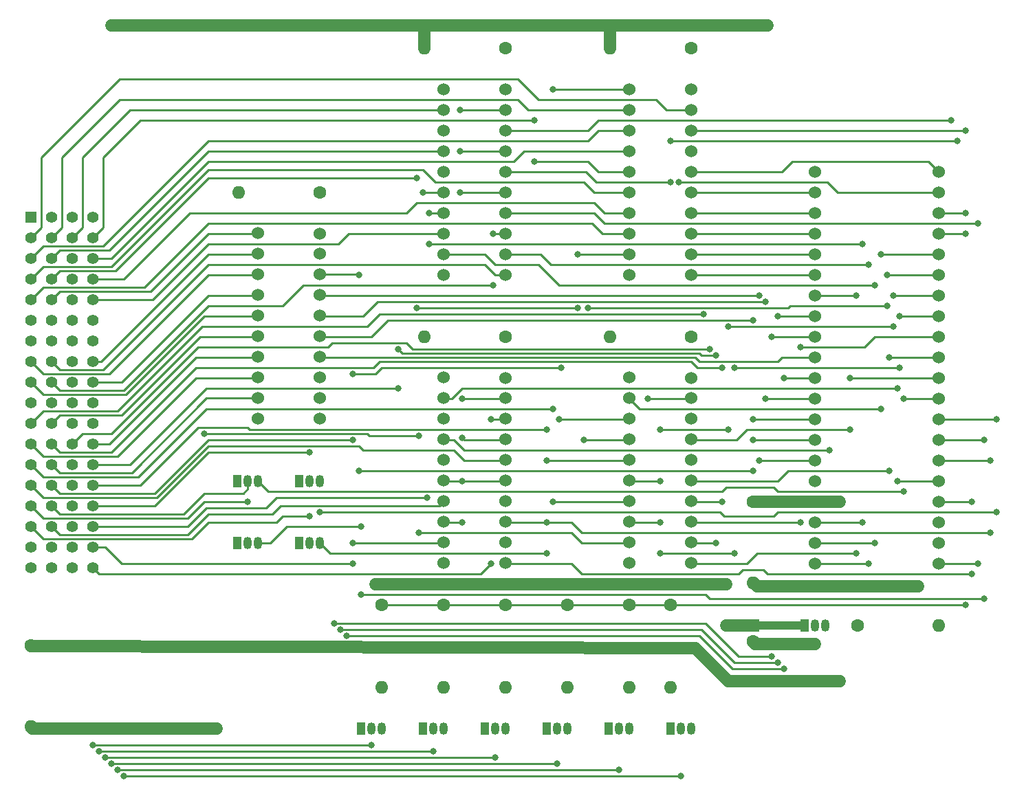
<source format=gbr>
%TF.GenerationSoftware,KiCad,Pcbnew,7.0.9*%
%TF.CreationDate,2024-11-14T04:31:41-07:00*%
%TF.ProjectId,Through_Hole_Single,5468726f-7567-4685-9f48-6f6c655f5369,rev?*%
%TF.SameCoordinates,Original*%
%TF.FileFunction,Copper,L1,Top*%
%TF.FilePolarity,Positive*%
%FSLAX46Y46*%
G04 Gerber Fmt 4.6, Leading zero omitted, Abs format (unit mm)*
G04 Created by KiCad (PCBNEW 7.0.9) date 2024-11-14 04:31:41*
%MOMM*%
%LPD*%
G01*
G04 APERTURE LIST*
%TA.AperFunction,ComponentPad*%
%ADD10C,1.600000*%
%TD*%
%TA.AperFunction,ComponentPad*%
%ADD11O,1.600000X1.600000*%
%TD*%
%TA.AperFunction,ComponentPad*%
%ADD12R,1.050000X1.500000*%
%TD*%
%TA.AperFunction,ComponentPad*%
%ADD13O,1.050000X1.500000*%
%TD*%
%TA.AperFunction,ComponentPad*%
%ADD14C,1.524000*%
%TD*%
%TA.AperFunction,ComponentPad*%
%ADD15R,1.600000X1.600000*%
%TD*%
%TA.AperFunction,ComponentPad*%
%ADD16R,1.397000X1.397000*%
%TD*%
%TA.AperFunction,ComponentPad*%
%ADD17C,1.397000*%
%TD*%
%TA.AperFunction,ViaPad*%
%ADD18C,0.800000*%
%TD*%
%TA.AperFunction,Conductor*%
%ADD19C,1.524000*%
%TD*%
%TA.AperFunction,Conductor*%
%ADD20C,0.250000*%
%TD*%
%TA.AperFunction,Conductor*%
%ADD21C,1.016000*%
%TD*%
G04 APERTURE END LIST*
D10*
%TO.P,C3,1*%
%TO.N,+3.3V*%
X99568000Y-71374000D03*
D11*
%TO.P,C3,2*%
%TO.N,GND*%
X89568000Y-71374000D03*
%TD*%
D12*
%TO.P,Q9,1,S*%
%TO.N,GND*%
X89408000Y-106934000D03*
D13*
%TO.P,Q9,2,G*%
%TO.N,_~{IRQ}*%
X90678000Y-106934000D03*
%TO.P,Q9,3,D*%
%TO.N,~{IRQ}*%
X91948000Y-106934000D03*
%TD*%
D10*
%TO.P,C5,1*%
%TO.N,+3.3V*%
X145288000Y-89154000D03*
D11*
%TO.P,C5,2*%
%TO.N,GND*%
X135288000Y-89154000D03*
%TD*%
D12*
%TO.P,Q8,1,S*%
%TO.N,GND*%
X89408000Y-114554000D03*
D13*
%TO.P,Q8,2,G*%
%TO.N,_OCLK*%
X90678000Y-114554000D03*
%TO.P,Q8,3,D*%
%TO.N,OCLK*%
X91948000Y-114554000D03*
%TD*%
D14*
%TO.P,U5,1,1~{OE}*%
%TO.N,GND*%
X114808000Y-58674000D03*
%TO.P,U5,2,1A1*%
%TO.N,_~{K0}*%
X114808000Y-61214000D03*
%TO.P,U5,3,2Y4*%
%TO.N,unconnected-(U5-2Y4-Pad3)*%
X114808000Y-63754000D03*
%TO.P,U5,4,1A2*%
%TO.N,_~{K1}*%
X114808000Y-66294000D03*
%TO.P,U5,5,2Y3*%
%TO.N,unconnected-(U5-2Y3-Pad5)*%
X114808000Y-68834000D03*
%TO.P,U5,6,1A3*%
%TO.N,_~{K2}*%
X114808000Y-71374000D03*
%TO.P,U5,7,2Y2*%
%TO.N,~{K5}*%
X114808000Y-73914000D03*
%TO.P,U5,8,1A4*%
%TO.N,_~{K3}*%
X114808000Y-76454000D03*
%TO.P,U5,9,2Y1*%
%TO.N,~{K4}*%
X114808000Y-78994000D03*
%TO.P,U5,10,GND*%
%TO.N,GND*%
X114808000Y-81534000D03*
%TO.P,U5,11,2A1*%
%TO.N,_~{K4}*%
X122428000Y-81534000D03*
%TO.P,U5,12,1Y4*%
%TO.N,~{K3}*%
X122428000Y-78994000D03*
%TO.P,U5,13,2A2*%
%TO.N,_~{K5}*%
X122428000Y-76454000D03*
%TO.P,U5,14,1Y3*%
%TO.N,~{K2}*%
X122428000Y-73914000D03*
%TO.P,U5,15,2A3*%
%TO.N,GND*%
X122428000Y-71374000D03*
%TO.P,U5,16,1Y2*%
%TO.N,~{K1}*%
X122428000Y-68834000D03*
%TO.P,U5,17,2A4*%
%TO.N,GND*%
X122428000Y-66294000D03*
%TO.P,U5,18,1Y1*%
%TO.N,~{K0}*%
X122428000Y-63754000D03*
%TO.P,U5,19,2~{OE}*%
%TO.N,GND*%
X122428000Y-61214000D03*
%TO.P,U5,20,VCC*%
%TO.N,+3.3V*%
X122428000Y-58714000D03*
%TD*%
D12*
%TO.P,Q7,1,S*%
%TO.N,GND*%
X97028000Y-106934000D03*
D13*
%TO.P,Q7,2,G*%
%TO.N,_SOD*%
X98298000Y-106934000D03*
%TO.P,Q7,3,D*%
%TO.N,SOD*%
X99568000Y-106934000D03*
%TD*%
D14*
%TO.P,U3,1,A->B*%
%TO.N,_DUMP*%
X91948000Y-76414000D03*
%TO.P,U3,2,A0*%
%TO.N,_P0*%
X91948000Y-78954000D03*
%TO.P,U3,3,A1*%
%TO.N,_P1*%
X91948000Y-81494000D03*
%TO.P,U3,4,A2*%
%TO.N,_P2*%
X91948000Y-84034000D03*
%TO.P,U3,5,A3*%
%TO.N,_P3*%
X91948000Y-86574000D03*
%TO.P,U3,6,A4*%
%TO.N,_P4*%
X91948000Y-89114000D03*
%TO.P,U3,7,A5*%
%TO.N,_P5*%
X91948000Y-91654000D03*
%TO.P,U3,8,A6*%
%TO.N,_P6*%
X91948000Y-94194000D03*
%TO.P,U3,9,A7*%
%TO.N,_P7*%
X91948000Y-96734000D03*
%TO.P,U3,10,GND*%
%TO.N,GND*%
X91948000Y-99274000D03*
%TO.P,U3,11,B7*%
%TO.N,P7*%
X99568000Y-99274000D03*
%TO.P,U3,12,B6*%
%TO.N,P6*%
X99568000Y-96734000D03*
%TO.P,U3,13,B5*%
%TO.N,P5*%
X99568000Y-94194000D03*
%TO.P,U3,14,B4*%
%TO.N,P4*%
X99568000Y-91654000D03*
%TO.P,U3,15,B3*%
%TO.N,P3*%
X99568000Y-89114000D03*
%TO.P,U3,16,B2*%
%TO.N,P2*%
X99568000Y-86574000D03*
%TO.P,U3,17,B1*%
%TO.N,P1*%
X99568000Y-84034000D03*
%TO.P,U3,18,B0*%
%TO.N,P0*%
X99568000Y-81494000D03*
%TO.P,U3,19,CE*%
%TO.N,GND*%
X99568000Y-78954000D03*
%TO.P,U3,20,VCC*%
%TO.N,+3.3V*%
X99568000Y-76454000D03*
%TD*%
D10*
%TO.P,R5,1*%
%TO.N,AUDIO*%
X114808000Y-122174000D03*
D11*
%TO.P,R5,2*%
%TO.N,Net-(Q5-D)*%
X114808000Y-132334000D03*
%TD*%
D12*
%TO.P,U1,1,VO*%
%TO.N,+3.3V*%
X159258000Y-124714000D03*
D13*
%TO.P,U1,2,GND*%
%TO.N,GND*%
X160528000Y-124714000D03*
%TO.P,U1,3,VI*%
%TO.N,+5V*%
X161798000Y-124714000D03*
%TD*%
D12*
%TO.P,Q10,1,S*%
%TO.N,GND*%
X97028000Y-114554000D03*
D13*
%TO.P,Q10,2,G*%
%TO.N,_BCLKO*%
X98298000Y-114554000D03*
%TO.P,Q10,3,D*%
%TO.N,BCLK*%
X99568000Y-114554000D03*
%TD*%
D12*
%TO.P,Q4,1,S*%
%TO.N,GND*%
X119888000Y-137414000D03*
D13*
%TO.P,Q4,2,G*%
%TO.N,_AUDIO2*%
X121158000Y-137414000D03*
%TO.P,Q4,3,D*%
%TO.N,Net-(Q4-D)*%
X122428000Y-137414000D03*
%TD*%
D12*
%TO.P,Q5,1,S*%
%TO.N,GND*%
X112268000Y-137414000D03*
D13*
%TO.P,Q5,2,G*%
%TO.N,_AUDIO1*%
X113538000Y-137414000D03*
%TO.P,Q5,3,D*%
%TO.N,Net-(Q5-D)*%
X114808000Y-137414000D03*
%TD*%
D14*
%TO.P,U6,1,1~{OE}*%
%TO.N,GND*%
X114808000Y-94194000D03*
%TO.P,U6,2,1A1*%
%TO.N,~{KR1}*%
X114808000Y-96734000D03*
%TO.P,U6,3,2Y4*%
%TO.N,unconnected-(U6-2Y4-Pad3)*%
X114808000Y-99274000D03*
%TO.P,U6,4,1A2*%
%TO.N,~{KR2}*%
X114808000Y-101814000D03*
%TO.P,U6,5,2Y3*%
%TO.N,unconnected-(U6-2Y3-Pad5)*%
X114808000Y-104354000D03*
%TO.P,U6,6,1A3*%
%TO.N,GND*%
X114808000Y-106894000D03*
%TO.P,U6,7,2Y2*%
%TO.N,_BCLKI*%
X114808000Y-109434000D03*
%TO.P,U6,8,1A4*%
%TO.N,GND*%
X114808000Y-111974000D03*
%TO.P,U6,9,2Y1*%
%TO.N,_SID*%
X114808000Y-114514000D03*
%TO.P,U6,10,GND*%
%TO.N,GND*%
X114808000Y-117054000D03*
%TO.P,U6,11,2A1*%
%TO.N,SID*%
X122428000Y-117054000D03*
%TO.P,U6,12,1Y4*%
%TO.N,unconnected-(U6-1Y4-Pad12)*%
X122428000Y-114514000D03*
%TO.P,U6,13,2A2*%
%TO.N,BCLK*%
X122428000Y-111974000D03*
%TO.P,U6,14,1Y3*%
%TO.N,unconnected-(U6-1Y3-Pad14)*%
X122428000Y-109434000D03*
%TO.P,U6,15,2A3*%
%TO.N,GND*%
X122428000Y-106894000D03*
%TO.P,U6,16,1Y2*%
%TO.N,_~{KR2}*%
X122428000Y-104354000D03*
%TO.P,U6,17,2A4*%
%TO.N,GND*%
X122428000Y-101814000D03*
%TO.P,U6,18,1Y1*%
%TO.N,_~{KR1}*%
X122428000Y-99274000D03*
%TO.P,U6,19,2~{OE}*%
%TO.N,GND*%
X122428000Y-96734000D03*
%TO.P,U6,20,VCC*%
%TO.N,+3.3V*%
X122428000Y-94234000D03*
%TD*%
%TO.P,U2,1,A->B*%
%TO.N,_R{slash}W*%
X137668000Y-58674000D03*
%TO.P,U2,2,A0*%
%TO.N,_D0*%
X137668000Y-61214000D03*
%TO.P,U2,3,A1*%
%TO.N,_D1*%
X137668000Y-63754000D03*
%TO.P,U2,4,A2*%
%TO.N,_D2*%
X137668000Y-66294000D03*
%TO.P,U2,5,A3*%
%TO.N,_D3*%
X137668000Y-68834000D03*
%TO.P,U2,6,A4*%
%TO.N,_D4*%
X137668000Y-71374000D03*
%TO.P,U2,7,A5*%
%TO.N,_D5*%
X137668000Y-73914000D03*
%TO.P,U2,8,A6*%
%TO.N,_D6*%
X137668000Y-76454000D03*
%TO.P,U2,9,A7*%
%TO.N,_D7*%
X137668000Y-78994000D03*
%TO.P,U2,10,GND*%
%TO.N,GND*%
X137668000Y-81534000D03*
%TO.P,U2,11,B7*%
%TO.N,D7*%
X145288000Y-81534000D03*
%TO.P,U2,12,B6*%
%TO.N,D6*%
X145288000Y-78994000D03*
%TO.P,U2,13,B5*%
%TO.N,D5*%
X145288000Y-76454000D03*
%TO.P,U2,14,B4*%
%TO.N,D4*%
X145288000Y-73914000D03*
%TO.P,U2,15,B3*%
%TO.N,D3*%
X145288000Y-71374000D03*
%TO.P,U2,16,B2*%
%TO.N,D2*%
X145288000Y-68834000D03*
%TO.P,U2,17,B1*%
%TO.N,D1*%
X145288000Y-66294000D03*
%TO.P,U2,18,B0*%
%TO.N,D0*%
X145288000Y-63754000D03*
%TO.P,U2,19,CE*%
%TO.N,~{_EN}*%
X145288000Y-61214000D03*
%TO.P,U2,20,VCC*%
%TO.N,+3.3V*%
X145288000Y-58714000D03*
%TD*%
D10*
%TO.P,C6,1*%
%TO.N,+3.3V*%
X145288000Y-53594000D03*
D11*
%TO.P,C6,2*%
%TO.N,GND*%
X135288000Y-53594000D03*
%TD*%
D12*
%TO.P,Q1,1,S*%
%TO.N,GND*%
X142748000Y-137414000D03*
D13*
%TO.P,Q1,2,G*%
%TO.N,_AUDIO5*%
X144018000Y-137414000D03*
%TO.P,Q1,3,D*%
%TO.N,Net-(Q1-D)*%
X145288000Y-137414000D03*
%TD*%
D10*
%TO.P,R6,1*%
%TO.N,AUDIO*%
X107188000Y-122174000D03*
D11*
%TO.P,R6,2*%
%TO.N,Net-(Q6-D)*%
X107188000Y-132334000D03*
%TD*%
D10*
%TO.P,C8,1*%
%TO.N,+5V*%
X152908000Y-109474000D03*
D11*
%TO.P,C8,2*%
%TO.N,GND*%
X152908000Y-119474000D03*
%TD*%
D10*
%TO.P,R4,1*%
%TO.N,AUDIO*%
X122428000Y-122174000D03*
D11*
%TO.P,R4,2*%
%TO.N,Net-(Q4-D)*%
X122428000Y-132334000D03*
%TD*%
D12*
%TO.P,Q2,1,S*%
%TO.N,GND*%
X135128000Y-137414000D03*
D13*
%TO.P,Q2,2,G*%
%TO.N,_AUDIO4*%
X136398000Y-137414000D03*
%TO.P,Q2,3,D*%
%TO.N,Net-(Q2-D)*%
X137668000Y-137414000D03*
%TD*%
D15*
%TO.P,C2,1*%
%TO.N,+3.3V*%
X152908000Y-124714000D03*
D10*
%TO.P,C2,2*%
%TO.N,GND*%
X152908000Y-126714000D03*
%TD*%
%TO.P,C4,1*%
%TO.N,+3.3V*%
X122428000Y-89154000D03*
D11*
%TO.P,C4,2*%
%TO.N,GND*%
X112428000Y-89154000D03*
%TD*%
D10*
%TO.P,R1,1*%
%TO.N,AUDIO*%
X142748000Y-122174000D03*
D11*
%TO.P,R1,2*%
%TO.N,Net-(Q1-D)*%
X142748000Y-132334000D03*
%TD*%
D10*
%TO.P,C9,1*%
%TO.N,+5V*%
X64008000Y-127160000D03*
D11*
%TO.P,C9,2*%
%TO.N,GND*%
X64008000Y-137160000D03*
%TD*%
D10*
%TO.P,R2,1*%
%TO.N,AUDIO*%
X137668000Y-122174000D03*
D11*
%TO.P,R2,2*%
%TO.N,Net-(Q2-D)*%
X137668000Y-132334000D03*
%TD*%
D12*
%TO.P,Q6,1,S*%
%TO.N,GND*%
X104648000Y-137414000D03*
D13*
%TO.P,Q6,2,G*%
%TO.N,_AUDIO0*%
X105918000Y-137414000D03*
%TO.P,Q6,3,D*%
%TO.N,Net-(Q6-D)*%
X107188000Y-137414000D03*
%TD*%
D14*
%TO.P,U4,1,1~{OE}*%
%TO.N,GND*%
X137668000Y-94194000D03*
%TO.P,U4,2,1A1*%
%TO.N,A0*%
X137668000Y-96734000D03*
%TO.P,U4,3,2Y4*%
%TO.N,_~{CS0}*%
X137668000Y-99274000D03*
%TO.P,U4,4,1A2*%
%TO.N,A1*%
X137668000Y-101814000D03*
%TO.P,U4,5,2Y3*%
%TO.N,_CS1*%
X137668000Y-104354000D03*
%TO.P,U4,6,1A3*%
%TO.N,A2*%
X137668000Y-106894000D03*
%TO.P,U4,7,2Y2*%
%TO.N,_R{slash}W*%
X137668000Y-109434000D03*
%TO.P,U4,8,1A4*%
%TO.N,A3*%
X137668000Y-111974000D03*
%TO.P,U4,9,2Y1*%
%TO.N,_PHI2*%
X137668000Y-114514000D03*
%TO.P,U4,10,GND*%
%TO.N,GND*%
X137668000Y-117054000D03*
%TO.P,U4,11,2A1*%
%TO.N,PHI2*%
X145288000Y-117054000D03*
%TO.P,U4,12,1Y4*%
%TO.N,_A3*%
X145288000Y-114514000D03*
%TO.P,U4,13,2A2*%
%TO.N,R{slash}W*%
X145288000Y-111974000D03*
%TO.P,U4,14,1Y3*%
%TO.N,_A2*%
X145288000Y-109434000D03*
%TO.P,U4,15,2A3*%
%TO.N,CS1*%
X145288000Y-106894000D03*
%TO.P,U4,16,1Y2*%
%TO.N,_A1*%
X145288000Y-104354000D03*
%TO.P,U4,17,2A4*%
%TO.N,~{CS0}*%
X145288000Y-101814000D03*
%TO.P,U4,18,1Y1*%
%TO.N,_A0*%
X145288000Y-99274000D03*
%TO.P,U4,19,2~{OE}*%
%TO.N,GND*%
X145288000Y-96734000D03*
%TO.P,U4,20,VCC*%
%TO.N,+3.3V*%
X145288000Y-94234000D03*
%TD*%
%TO.P,J1,1,GND*%
%TO.N,GND*%
X160528000Y-68834000D03*
%TO.P,J1,2,D3*%
%TO.N,D3*%
X160528000Y-71374000D03*
%TO.P,J1,3,D4*%
%TO.N,D4*%
X160528000Y-73914000D03*
%TO.P,J1,4,D5*%
%TO.N,D5*%
X160528000Y-76454000D03*
%TO.P,J1,5,D6*%
%TO.N,D6*%
X160528000Y-78994000D03*
%TO.P,J1,6,D7*%
%TO.N,D7*%
X160528000Y-81534000D03*
%TO.P,J1,7,PHI2*%
%TO.N,PHI2*%
X160528000Y-84074000D03*
%TO.P,J1,8,P6*%
%TO.N,P6*%
X160528000Y-86614000D03*
%TO.P,J1,9,P7*%
%TO.N,P7*%
X160528000Y-89154000D03*
%TO.P,J1,10,P4*%
%TO.N,P4*%
X160528000Y-91694000D03*
%TO.P,J1,11,P5*%
%TO.N,P5*%
X160528000Y-94234000D03*
%TO.P,J1,12,P2*%
%TO.N,P2*%
X160528000Y-96774000D03*
%TO.P,J1,13,P3*%
%TO.N,P3*%
X160528000Y-99314000D03*
%TO.P,J1,14,P0*%
%TO.N,P0*%
X160528000Y-101854000D03*
%TO.P,J1,15,P1*%
%TO.N,P1*%
X160528000Y-104394000D03*
%TO.P,J1,16,~{KR2}*%
%TO.N,~{KR2}*%
X160528000Y-106934000D03*
%TO.P,J1,17,+5V*%
%TO.N,+5V*%
X160528000Y-109474000D03*
%TO.P,J1,18,~{K5}*%
%TO.N,~{K5}*%
X160528000Y-112014000D03*
%TO.P,J1,19,~{K4}*%
%TO.N,~{K4}*%
X160528000Y-114554000D03*
%TO.P,J1,20,~{K3}*%
%TO.N,~{K3}*%
X160528000Y-117094000D03*
%TO.P,J1,21,~{K2}*%
%TO.N,~{K2}*%
X175768000Y-117094000D03*
%TO.P,J1,22,~{K1}*%
%TO.N,~{K1}*%
X175768000Y-114554000D03*
%TO.P,J1,23,~{K0}*%
%TO.N,~{K0}*%
X175768000Y-112014000D03*
%TO.P,J1,24,SID*%
%TO.N,SID*%
X175768000Y-109474000D03*
%TO.P,J1,25,~{KR1}*%
%TO.N,~{KR1}*%
X175768000Y-106934000D03*
%TO.P,J1,26,BCLK*%
%TO.N,BCLK*%
X175768000Y-104394000D03*
%TO.P,J1,27,OCLK*%
%TO.N,OCLK*%
X175768000Y-101854000D03*
%TO.P,J1,28,SOD*%
%TO.N,SOD*%
X175768000Y-99314000D03*
%TO.P,J1,29,~{IRQ}*%
%TO.N,~{IRQ}*%
X175768000Y-96774000D03*
%TO.P,J1,30,~{CS0}*%
%TO.N,~{CS0}*%
X175768000Y-94234000D03*
%TO.P,J1,31,CS1*%
%TO.N,CS1*%
X175768000Y-91694000D03*
%TO.P,J1,32,R/W*%
%TO.N,R{slash}W*%
X175768000Y-89154000D03*
%TO.P,J1,33,A3*%
%TO.N,A3*%
X175768000Y-86614000D03*
%TO.P,J1,34,A2*%
%TO.N,A2*%
X175768000Y-84074000D03*
%TO.P,J1,35,A1*%
%TO.N,A1*%
X175768000Y-81534000D03*
%TO.P,J1,36,A0*%
%TO.N,A0*%
X175768000Y-78994000D03*
%TO.P,J1,37,AUDIO*%
%TO.N,AUDIO*%
X175768000Y-76454000D03*
%TO.P,J1,38,D0*%
%TO.N,D0*%
X175768000Y-73914000D03*
%TO.P,J1,39,D1*%
%TO.N,D1*%
X175768000Y-71374000D03*
%TO.P,J1,40,D2*%
%TO.N,D2*%
X175768000Y-68834000D03*
%TD*%
D12*
%TO.P,Q3,1,S*%
%TO.N,GND*%
X127508000Y-137414000D03*
D13*
%TO.P,Q3,2,G*%
%TO.N,_AUDIO3*%
X128778000Y-137414000D03*
%TO.P,Q3,3,D*%
%TO.N,Net-(Q3-D)*%
X130048000Y-137414000D03*
%TD*%
D10*
%TO.P,R3,1*%
%TO.N,AUDIO*%
X130048000Y-122174000D03*
D11*
%TO.P,R3,2*%
%TO.N,Net-(Q3-D)*%
X130048000Y-132334000D03*
%TD*%
D10*
%TO.P,C1,1*%
%TO.N,+5V*%
X165768000Y-124714000D03*
D11*
%TO.P,C1,2*%
%TO.N,GND*%
X175768000Y-124714000D03*
%TD*%
D10*
%TO.P,C7,1*%
%TO.N,+3.3V*%
X122428000Y-53594000D03*
D11*
%TO.P,C7,2*%
%TO.N,GND*%
X112428000Y-53594000D03*
%TD*%
D16*
%TO.P,J2,1,5V1*%
%TO.N,+5V*%
X64008000Y-74422000D03*
D17*
%TO.P,J2,2,G1*%
%TO.N,GND*%
X66548000Y-74422000D03*
%TO.P,J2,3,3V1*%
%TO.N,unconnected-(J2-3V1-Pad3)*%
X69088000Y-74422000D03*
%TO.P,J2,4,G2*%
%TO.N,GND*%
X71628000Y-74422000D03*
%TO.P,J2,5,A48*%
%TO.N,~{_EN}*%
X64008000Y-76962000D03*
%TO.P,J2,6,A49*%
%TO.N,_D0*%
X66548000Y-76962000D03*
%TO.P,J2,7,A3*%
%TO.N,_~{K0}*%
X69088000Y-76962000D03*
%TO.P,J2,8,A2*%
%TO.N,_D3*%
X71628000Y-76962000D03*
%TO.P,J2,9,A45*%
%TO.N,_D1*%
X64008000Y-79502000D03*
%TO.P,J2,10,A46*%
%TO.N,_~{K1}*%
X66548000Y-79502000D03*
%TO.P,J2,11,A6*%
%TO.N,unconnected-(J2-A6-Pad11)*%
X69088000Y-79502000D03*
%TO.P,J2,12,A5*%
%TO.N,_D2*%
X71628000Y-79502000D03*
%TO.P,J2,13,A42*%
%TO.N,_D4*%
X64008000Y-82042000D03*
%TO.P,J2,14,A43*%
%TO.N,_D7*%
X66548000Y-82042000D03*
%TO.P,J2,15,A9*%
%TO.N,unconnected-(J2-A9-Pad15)*%
X69088000Y-82042000D03*
%TO.P,J2,16,A8*%
%TO.N,_D5*%
X71628000Y-82042000D03*
%TO.P,J2,17,A39*%
%TO.N,_D6*%
X64008000Y-84582000D03*
%TO.P,J2,18,A40*%
%TO.N,_DUMP*%
X66548000Y-84582000D03*
%TO.P,J2,19,A12*%
%TO.N,unconnected-(J2-A12-Pad19)*%
X69088000Y-84582000D03*
%TO.P,J2,20,A11*%
%TO.N,_~{K3}*%
X71628000Y-84582000D03*
%TO.P,J2,21,A36*%
%TO.N,unconnected-(J2-A36-Pad21)*%
X64008000Y-87122000D03*
%TO.P,J2,22,A37*%
%TO.N,unconnected-(J2-A37-Pad22)*%
X66548000Y-87122000D03*
%TO.P,J2,23,A15*%
%TO.N,unconnected-(J2-A15-Pad23)*%
X69088000Y-87122000D03*
%TO.P,J2,24,A14*%
%TO.N,unconnected-(J2-A14-Pad24)*%
X71628000Y-87122000D03*
%TO.P,J2,25,A33*%
%TO.N,unconnected-(J2-A33-Pad25)*%
X64008000Y-89662000D03*
%TO.P,J2,26,A34*%
%TO.N,unconnected-(J2-A34-Pad26)*%
X66548000Y-89662000D03*
%TO.P,J2,27,A18*%
%TO.N,unconnected-(J2-A18-Pad27)*%
X69088000Y-89662000D03*
%TO.P,J2,28,A17*%
%TO.N,unconnected-(J2-A17-Pad28)*%
X71628000Y-89662000D03*
%TO.P,J2,29,A30*%
%TO.N,_P1*%
X64008000Y-92202000D03*
%TO.P,J2,30,A31*%
%TO.N,_~{K4}*%
X66548000Y-92202000D03*
%TO.P,J2,31,A21*%
%TO.N,unconnected-(J2-A21-Pad31)*%
X69088000Y-92202000D03*
%TO.P,J2,32,A20*%
%TO.N,_P0*%
X71628000Y-92202000D03*
%TO.P,J2,33,A27*%
%TO.N,_P3*%
X64008000Y-94742000D03*
%TO.P,J2,34,A28*%
%TO.N,_~{K5}*%
X66548000Y-94742000D03*
%TO.P,J2,35,A24*%
%TO.N,unconnected-(J2-A24-Pad35)*%
X69088000Y-94742000D03*
%TO.P,J2,36,A23*%
%TO.N,_P2*%
X71628000Y-94742000D03*
%TO.P,J2,37,5V2*%
%TO.N,+5V*%
X64008000Y-97282000D03*
%TO.P,J2,38,G3*%
%TO.N,GND*%
X66548000Y-97282000D03*
%TO.P,J2,39,3V2*%
%TO.N,unconnected-(J2-3V2-Pad39)*%
X69088000Y-97282000D03*
%TO.P,J2,40,G4*%
%TO.N,GND*%
X71628000Y-97282000D03*
%TO.P,J2,41,B48*%
%TO.N,_A0*%
X64008000Y-99822000D03*
%TO.P,J2,42,B49*%
%TO.N,_P4*%
X66548000Y-99822000D03*
%TO.P,J2,43,B3*%
%TO.N,unconnected-(J2-B3-Pad43)*%
X69088000Y-99822000D03*
%TO.P,J2,44,B2*%
%TO.N,_PHI2*%
X71628000Y-99822000D03*
%TO.P,J2,45,B45*%
%TO.N,_P6*%
X64008000Y-102362000D03*
%TO.P,J2,46,B46*%
%TO.N,_A2*%
X66548000Y-102362000D03*
%TO.P,J2,47,B6*%
%TO.N,_A1*%
X69088000Y-102362000D03*
%TO.P,J2,48,B5*%
%TO.N,_P5*%
X71628000Y-102362000D03*
%TO.P,J2,49,B42*%
%TO.N,_R{slash}W*%
X64008000Y-104902000D03*
%TO.P,J2,50,B43*%
%TO.N,_P7*%
X66548000Y-104902000D03*
%TO.P,J2,51,B9*%
%TO.N,unconnected-(J2-B9-Pad51)*%
X69088000Y-104902000D03*
%TO.P,J2,52,B8*%
%TO.N,_A3*%
X71628000Y-104902000D03*
%TO.P,J2,53,B39*%
%TO.N,_~{KR2}*%
X64008000Y-107442000D03*
%TO.P,J2,54,B40*%
%TO.N,_~{CS0}*%
X66548000Y-107442000D03*
%TO.P,J2,55,B12*%
%TO.N,unconnected-(J2-B12-Pad55)*%
X69088000Y-107442000D03*
%TO.P,J2,56,B11*%
%TO.N,_CS1*%
X71628000Y-107442000D03*
%TO.P,J2,57,B36*%
%TO.N,_OCLK*%
X64008000Y-109982000D03*
%TO.P,J2,58,B37*%
%TO.N,_~{IRQ}*%
X66548000Y-109982000D03*
%TO.P,J2,59,B15*%
%TO.N,unconnected-(J2-B15-Pad59)*%
X69088000Y-109982000D03*
%TO.P,J2,60,B14*%
%TO.N,_SOD*%
X71628000Y-109982000D03*
%TO.P,J2,61,B33*%
%TO.N,_BCLKO*%
X64008000Y-112522000D03*
%TO.P,J2,62,B34*%
%TO.N,_BCLKI*%
X66548000Y-112522000D03*
%TO.P,J2,63,B18*%
%TO.N,unconnected-(J2-B18-Pad63)*%
X69088000Y-112522000D03*
%TO.P,J2,64,B17*%
%TO.N,_~{K2}*%
X71628000Y-112522000D03*
%TO.P,J2,65,B30*%
%TO.N,_AUDIO1*%
X64008000Y-115062000D03*
%TO.P,J2,66,B31*%
%TO.N,_AUDIO3*%
X66548000Y-115062000D03*
%TO.P,J2,67,B21*%
%TO.N,_AUDIO5*%
X69088000Y-115062000D03*
%TO.P,J2,68,B20*%
%TO.N,_SID*%
X71628000Y-115062000D03*
%TO.P,J2,69,B27*%
%TO.N,_AUDIO0*%
X64008000Y-117602000D03*
%TO.P,J2,70,B28*%
%TO.N,_AUDIO2*%
X66548000Y-117602000D03*
%TO.P,J2,71,B24*%
%TO.N,_AUDIO4*%
X69088000Y-117602000D03*
%TO.P,J2,72,B23*%
%TO.N,_~{KR1}*%
X71628000Y-117602000D03*
%TD*%
D18*
%TO.N,+5V*%
X163576000Y-131572000D03*
X163576000Y-109474000D03*
%TO.N,GND*%
X154686000Y-50800000D03*
X73914000Y-50800000D03*
X139954000Y-96774000D03*
X160528000Y-127000000D03*
X116840000Y-66294000D03*
X117094000Y-112014000D03*
X117094000Y-96774000D03*
X139954000Y-50800000D03*
X86868000Y-137414000D03*
X117094000Y-101600000D03*
X116840000Y-61214000D03*
X160528000Y-119888000D03*
X116840000Y-50800000D03*
X173228000Y-119888000D03*
X86868000Y-50800000D03*
X117094000Y-106934000D03*
X116840000Y-71374000D03*
%TO.N,+3.3V*%
X125984000Y-119634000D03*
X149606000Y-119634000D03*
X143002000Y-119634000D03*
X149606000Y-124714000D03*
X106426000Y-119634000D03*
%TO.N,_D3*%
X125984000Y-67564000D03*
X125984000Y-62484000D03*
%TO.N,_D7*%
X111506000Y-69596000D03*
X131318000Y-85598000D03*
X131318000Y-78994000D03*
X111506000Y-85598000D03*
%TO.N,_A0*%
X146812000Y-86360000D03*
%TO.N,_A1*%
X147574000Y-90678000D03*
%TO.N,_A2*%
X149098000Y-109474000D03*
X149098000Y-92964000D03*
%TO.N,_A3*%
X109220000Y-95504000D03*
X109220000Y-90678000D03*
X148336000Y-114554000D03*
X148336000Y-91440000D03*
%TO.N,_OCLK*%
X90678000Y-109474000D03*
%TO.N,_~{CS0}*%
X129286000Y-92964000D03*
X129032000Y-99314000D03*
X103632000Y-93726000D03*
X103632000Y-101854000D03*
%TO.N,_CS1*%
X127508000Y-100584000D03*
X127508000Y-104394000D03*
%TO.N,_PHI2*%
X111760000Y-101346000D03*
X85344000Y-101092000D03*
X111760000Y-113284000D03*
%TO.N,_R{slash}W*%
X128270000Y-98044000D03*
X128270000Y-109474000D03*
X128270000Y-58674000D03*
%TO.N,_SID*%
X103632000Y-114554000D03*
X103632000Y-117094000D03*
%TO.N,_SOD*%
X98298000Y-103378000D03*
%TO.N,_~{K2}*%
X112776000Y-108966000D03*
X112268000Y-71374000D03*
%TO.N,_~{K5}*%
X120904000Y-76454000D03*
X120904000Y-82804000D03*
%TO.N,_~{KR1}*%
X120650000Y-99314000D03*
X120650000Y-117094000D03*
%TO.N,_BCLKO*%
X98298000Y-111252000D03*
%TO.N,_AUDIO0*%
X71628000Y-139446000D03*
X105918000Y-139446000D03*
%TO.N,_AUDIO1*%
X72390000Y-140208000D03*
X113538000Y-140208000D03*
%TO.N,_AUDIO2*%
X121158000Y-140970000D03*
X73152000Y-140970000D03*
%TO.N,_AUDIO3*%
X128778000Y-141732000D03*
X73914000Y-141732000D03*
%TO.N,_AUDIO4*%
X136398000Y-142494000D03*
X74676000Y-142494000D03*
%TO.N,_AUDIO5*%
X75438000Y-143256000D03*
X144018000Y-143256000D03*
%TO.N,PHI2*%
X165608000Y-84074000D03*
X165608000Y-115824000D03*
%TO.N,P6*%
X155956000Y-86614000D03*
X155956000Y-129286000D03*
X102108000Y-125222000D03*
%TO.N,P7*%
X101346000Y-124460000D03*
X155194000Y-128524000D03*
X155194000Y-89154000D03*
%TO.N,P5*%
X156718000Y-94234000D03*
X156718000Y-130048000D03*
X102870000Y-125984000D03*
%TO.N,P2*%
X154432000Y-96774000D03*
X154432000Y-84836000D03*
%TO.N,P3*%
X152908000Y-87122000D03*
X152908000Y-99314000D03*
%TO.N,P0*%
X104394000Y-81534000D03*
X152908000Y-101854000D03*
X152908000Y-105664000D03*
X104394000Y-105664000D03*
%TO.N,P1*%
X153670000Y-104394000D03*
X153670000Y-84074000D03*
%TO.N,~{KR2}*%
X162306000Y-103124000D03*
%TO.N,~{K5}*%
X113030000Y-73914000D03*
X166370000Y-77724000D03*
X113030000Y-77724000D03*
X166370000Y-112014000D03*
%TO.N,~{K4}*%
X167894000Y-114554000D03*
X167894000Y-82804000D03*
%TO.N,~{K3}*%
X167132000Y-117094000D03*
X167132000Y-80264000D03*
%TO.N,SOD*%
X99568000Y-110744000D03*
X182880000Y-110744000D03*
X182880000Y-99314000D03*
%TO.N,OCLK*%
X181356000Y-101854000D03*
X104648000Y-120904000D03*
X181356000Y-121412000D03*
X104648000Y-112522000D03*
%TO.N,~{IRQ}*%
X171450000Y-96774000D03*
X171450000Y-108204000D03*
%TO.N,BCLK*%
X182118000Y-104394000D03*
X182118000Y-113284000D03*
X127508000Y-115824000D03*
X127508000Y-112014000D03*
%TO.N,AUDIO*%
X179070000Y-76454000D03*
X179070000Y-122174000D03*
%TO.N,R{slash}W*%
X158750000Y-90424000D03*
X158750000Y-112014000D03*
%TO.N,D1*%
X143764000Y-70104000D03*
%TO.N,D0*%
X179070000Y-73914000D03*
X179070000Y-63754000D03*
%TO.N,A0*%
X168656000Y-78994000D03*
X168656000Y-98044000D03*
%TO.N,A1*%
X132080000Y-101854000D03*
X169418000Y-81534000D03*
X132588000Y-85598000D03*
X169418000Y-85344000D03*
%TO.N,A2*%
X149860000Y-87884000D03*
X149860000Y-100584000D03*
X141478000Y-100584000D03*
X170180000Y-87884000D03*
X141478000Y-106934000D03*
X170180000Y-84074000D03*
%TO.N,A3*%
X141478000Y-112014000D03*
X170942000Y-92964000D03*
X141478000Y-115824000D03*
X150622000Y-92964000D03*
X170942000Y-86614000D03*
X150622000Y-115824000D03*
%TO.N,CS1*%
X169672000Y-105664000D03*
X169672000Y-91694000D03*
%TO.N,~{CS0}*%
X164846000Y-100584000D03*
X164846000Y-94234000D03*
%TO.N,~{K2}*%
X180594000Y-75184000D03*
X180594000Y-117094000D03*
%TO.N,~{K1}*%
X178054000Y-65024000D03*
X142748000Y-65024000D03*
X142748000Y-70104000D03*
%TO.N,~{K0}*%
X177292000Y-62484000D03*
%TO.N,~{KR1}*%
X170688000Y-95504000D03*
X170688000Y-106934000D03*
%TO.N,SID*%
X179832000Y-118364000D03*
X179832000Y-109474000D03*
%TD*%
D19*
%TO.N,+5V*%
X152908000Y-109474000D02*
X160528000Y-109474000D01*
X145796000Y-127508000D02*
X149860000Y-131572000D01*
X64008000Y-127254000D02*
X145796000Y-127508000D01*
X149860000Y-131572000D02*
X163576000Y-131572000D01*
X163576000Y-109474000D02*
X160528000Y-109474000D01*
%TO.N,GND*%
X112522000Y-50800000D02*
X86868000Y-50800000D01*
X152908000Y-119474000D02*
X153002000Y-119474000D01*
X116840000Y-50800000D02*
X112522000Y-50800000D01*
X153416000Y-119888000D02*
X173228000Y-119888000D01*
D20*
X122428000Y-96774000D02*
X117094000Y-96774000D01*
X122428000Y-101854000D02*
X117348000Y-101854000D01*
D19*
X86868000Y-50800000D02*
X73914000Y-50800000D01*
X112428000Y-50894000D02*
X112522000Y-50800000D01*
X152908000Y-126746000D02*
X153162000Y-127000000D01*
X135288000Y-50894000D02*
X135382000Y-50800000D01*
D20*
X145288000Y-96774000D02*
X139954000Y-96774000D01*
D19*
X153002000Y-119474000D02*
X153416000Y-119888000D01*
X152908000Y-126714000D02*
X152908000Y-126746000D01*
D20*
X122428000Y-66294000D02*
X116840000Y-66294000D01*
D19*
X154686000Y-50800000D02*
X135382000Y-50800000D01*
X135288000Y-53594000D02*
X135288000Y-50894000D01*
X64168000Y-137414000D02*
X64008000Y-137254000D01*
X153162000Y-127000000D02*
X160528000Y-127000000D01*
X112428000Y-53594000D02*
X112428000Y-50894000D01*
D20*
X114808000Y-112014000D02*
X117094000Y-112014000D01*
X122428000Y-71374000D02*
X116840000Y-71374000D01*
X117094000Y-106934000D02*
X122428000Y-106934000D01*
D19*
X135382000Y-50800000D02*
X116840000Y-50800000D01*
X86868000Y-137414000D02*
X64168000Y-137414000D01*
D20*
X117348000Y-101854000D02*
X117094000Y-101600000D01*
X122428000Y-61214000D02*
X116840000Y-61214000D01*
X114808000Y-106934000D02*
X117094000Y-106934000D01*
D19*
%TO.N,+3.3V*%
X143002000Y-119634000D02*
X125984000Y-119634000D01*
D21*
X159258000Y-124714000D02*
X152908000Y-124714000D01*
D19*
X149606000Y-124714000D02*
X152908000Y-124714000D01*
X143002000Y-119634000D02*
X149606000Y-119634000D01*
X125984000Y-119634000D02*
X106426000Y-119634000D01*
D20*
%TO.N,_D0*%
X67818000Y-67056000D02*
X67818000Y-75692000D01*
X123952000Y-59944000D02*
X74930000Y-59944000D01*
X67818000Y-75692000D02*
X66548000Y-76962000D01*
X74930000Y-59944000D02*
X67818000Y-67056000D01*
X125222000Y-61214000D02*
X123952000Y-59944000D01*
X137668000Y-61214000D02*
X125222000Y-61214000D01*
%TO.N,_D1*%
X85852000Y-65024000D02*
X72890500Y-77985500D01*
X132588000Y-65024000D02*
X85852000Y-65024000D01*
X65524500Y-77985500D02*
X64008000Y-79502000D01*
X72890500Y-77985500D02*
X65524500Y-77985500D01*
X137668000Y-63754000D02*
X133858000Y-63754000D01*
X133858000Y-63754000D02*
X132588000Y-65024000D01*
%TO.N,_D2*%
X85852000Y-67564000D02*
X73914000Y-79502000D01*
X123444000Y-67564000D02*
X124714000Y-66294000D01*
X85852000Y-67564000D02*
X123444000Y-67564000D01*
X124714000Y-66294000D02*
X137668000Y-66294000D01*
X73914000Y-79502000D02*
X71628000Y-79502000D01*
%TO.N,_D3*%
X72898000Y-75692000D02*
X71628000Y-76962000D01*
X137668000Y-68834000D02*
X133858000Y-68834000D01*
X132588000Y-67564000D02*
X133858000Y-68834000D01*
X125984000Y-67564000D02*
X132588000Y-67564000D01*
X125984000Y-62484000D02*
X77470000Y-62484000D01*
X72898000Y-67056000D02*
X72898000Y-75692000D01*
X77470000Y-62484000D02*
X72898000Y-67056000D01*
%TO.N,_D4*%
X137668000Y-71374000D02*
X133350000Y-71374000D01*
X132080000Y-70104000D02*
X113792000Y-70104000D01*
X85852000Y-68580000D02*
X73906500Y-80525500D01*
X73906500Y-80525500D02*
X65524500Y-80525500D01*
X65524500Y-80525500D02*
X64008000Y-82042000D01*
X112268000Y-68580000D02*
X85852000Y-68580000D01*
X113792000Y-70104000D02*
X112268000Y-68580000D01*
X133350000Y-71374000D02*
X132080000Y-70104000D01*
%TO.N,_D5*%
X111506000Y-72644000D02*
X110236000Y-73914000D01*
X75438000Y-82042000D02*
X71628000Y-82042000D01*
X83566000Y-73914000D02*
X75438000Y-82042000D01*
X110236000Y-73914000D02*
X83566000Y-73914000D01*
X133350000Y-72644000D02*
X111506000Y-72644000D01*
X134620000Y-73914000D02*
X133350000Y-72644000D01*
X137668000Y-73914000D02*
X134620000Y-73914000D01*
%TO.N,_D6*%
X65524500Y-83065500D02*
X64008000Y-84582000D01*
X77970500Y-83065500D02*
X65524500Y-83065500D01*
X85852000Y-75184000D02*
X77970500Y-83065500D01*
X133096000Y-75184000D02*
X85852000Y-75184000D01*
X134366000Y-76454000D02*
X133096000Y-75184000D01*
X137668000Y-76454000D02*
X134366000Y-76454000D01*
%TO.N,_D7*%
X111506000Y-69596000D02*
X85852000Y-69596000D01*
X74429500Y-81018500D02*
X67571500Y-81018500D01*
X85852000Y-69596000D02*
X74429500Y-81018500D01*
X137668000Y-78994000D02*
X131318000Y-78994000D01*
X67571500Y-81018500D02*
X66548000Y-82042000D01*
X111506000Y-85598000D02*
X131318000Y-85598000D01*
%TO.N,_A0*%
X146812000Y-86360000D02*
X106934000Y-86360000D01*
X74668500Y-98305500D02*
X65524500Y-98305500D01*
X65524500Y-98305500D02*
X64008000Y-99822000D01*
X105410000Y-87884000D02*
X85090000Y-87884000D01*
X85090000Y-87884000D02*
X74668500Y-98305500D01*
X106934000Y-86360000D02*
X105410000Y-87884000D01*
%TO.N,_A1*%
X147574000Y-90678000D02*
X110998000Y-90678000D01*
X84572695Y-90424000D02*
X73904695Y-101092000D01*
X70358000Y-101092000D02*
X69088000Y-102362000D01*
X110998000Y-90678000D02*
X110236000Y-89916000D01*
X101092000Y-89916000D02*
X100584000Y-90424000D01*
X73904695Y-101092000D02*
X70358000Y-101092000D01*
X100584000Y-90424000D02*
X84572695Y-90424000D01*
X110236000Y-89916000D02*
X101092000Y-89916000D01*
%TO.N,_A2*%
X106934000Y-92202000D02*
X106172000Y-92964000D01*
X149098000Y-92964000D02*
X146050000Y-92964000D01*
X73906500Y-103385500D02*
X67571500Y-103385500D01*
X106172000Y-92964000D02*
X84328000Y-92964000D01*
X67571500Y-103385500D02*
X66548000Y-102362000D01*
X146050000Y-92964000D02*
X145288000Y-92202000D01*
X145288000Y-92202000D02*
X106934000Y-92202000D01*
X149098000Y-109474000D02*
X145288000Y-109474000D01*
X84328000Y-92964000D02*
X73906500Y-103385500D01*
%TO.N,_A3*%
X109220000Y-95504000D02*
X85598000Y-95504000D01*
X148336000Y-91440000D02*
X146558000Y-91440000D01*
X146558000Y-91440000D02*
X146304000Y-91186000D01*
X109728000Y-91186000D02*
X109220000Y-90678000D01*
X76200000Y-104902000D02*
X71628000Y-104902000D01*
X146304000Y-91186000D02*
X109728000Y-91186000D01*
X145288000Y-114554000D02*
X148336000Y-114554000D01*
X85598000Y-95504000D02*
X76200000Y-104902000D01*
%TO.N,_OCLK*%
X90678000Y-109474000D02*
X85344000Y-109474000D01*
X65524500Y-111498500D02*
X64008000Y-109982000D01*
X83319500Y-111498500D02*
X65524500Y-111498500D01*
X85344000Y-109474000D02*
X83319500Y-111498500D01*
%TO.N,_~{IRQ}*%
X85344000Y-108458000D02*
X82796500Y-111005500D01*
X90154000Y-108458000D02*
X85344000Y-108458000D01*
X90678000Y-106934000D02*
X90678000Y-107934000D01*
X90678000Y-107934000D02*
X90154000Y-108458000D01*
X67571500Y-111005500D02*
X66548000Y-109982000D01*
X82796500Y-111005500D02*
X67571500Y-111005500D01*
%TO.N,_P0*%
X72644000Y-92202000D02*
X71628000Y-92202000D01*
X85852000Y-78994000D02*
X72644000Y-92202000D01*
X91948000Y-78994000D02*
X85852000Y-78994000D01*
%TO.N,_P1*%
X85852000Y-81534000D02*
X73667500Y-93718500D01*
X91948000Y-81534000D02*
X85852000Y-81534000D01*
X73667500Y-93718500D02*
X65524500Y-93718500D01*
X65524500Y-93718500D02*
X64008000Y-92202000D01*
%TO.N,_P2*%
X75184000Y-94742000D02*
X71628000Y-94742000D01*
X85852000Y-84074000D02*
X75184000Y-94742000D01*
X85852000Y-84074000D02*
X91948000Y-84074000D01*
%TO.N,_P3*%
X85344000Y-86614000D02*
X75699500Y-96258500D01*
X75699500Y-96258500D02*
X65524500Y-96258500D01*
X65524500Y-96258500D02*
X64008000Y-94742000D01*
X91948000Y-86614000D02*
X85344000Y-86614000D01*
%TO.N,_P4*%
X70350500Y-98798500D02*
X67571500Y-98798500D01*
X91948000Y-89154000D02*
X84836000Y-89154000D01*
X75191500Y-98798500D02*
X70365500Y-98798500D01*
X70358000Y-98806000D02*
X70350500Y-98798500D01*
X67571500Y-98798500D02*
X66548000Y-99822000D01*
X84836000Y-89154000D02*
X75191500Y-98798500D01*
X70365500Y-98798500D02*
X70358000Y-98806000D01*
%TO.N,_P5*%
X84328000Y-91694000D02*
X73660000Y-102362000D01*
X91948000Y-91694000D02*
X84328000Y-91694000D01*
X73660000Y-102362000D02*
X71628000Y-102362000D01*
%TO.N,_P6*%
X91948000Y-94234000D02*
X84328000Y-94234000D01*
X74683500Y-103878500D02*
X65524500Y-103878500D01*
X65524500Y-103878500D02*
X64008000Y-102362000D01*
X84328000Y-94234000D02*
X74683500Y-103878500D01*
%TO.N,_P7*%
X91948000Y-96734000D02*
X85638000Y-96734000D01*
X85638000Y-96734000D02*
X76446500Y-105925500D01*
X76446500Y-105925500D02*
X67571500Y-105925500D01*
X67571500Y-105925500D02*
X66548000Y-104902000D01*
%TO.N,~{_EN}*%
X142240000Y-61214000D02*
X145288000Y-61214000D01*
X65278000Y-67056000D02*
X74930000Y-57404000D01*
X64008000Y-76962000D02*
X65278000Y-75692000D01*
X65278000Y-75692000D02*
X65278000Y-67056000D01*
X126492000Y-59944000D02*
X140970000Y-59944000D01*
X123952000Y-57404000D02*
X126492000Y-59944000D01*
X74930000Y-57404000D02*
X123952000Y-57404000D01*
X140970000Y-59944000D02*
X142240000Y-61214000D01*
%TO.N,_~{CS0}*%
X79240500Y-108465500D02*
X67571500Y-108465500D01*
X103632000Y-101854000D02*
X85852000Y-101854000D01*
X106426000Y-93726000D02*
X107188000Y-92964000D01*
X103632000Y-93726000D02*
X106426000Y-93726000D01*
X85852000Y-101854000D02*
X79240500Y-108465500D01*
X67571500Y-108465500D02*
X66548000Y-107442000D01*
X107188000Y-92964000D02*
X129286000Y-92964000D01*
X137668000Y-99314000D02*
X129032000Y-99314000D01*
%TO.N,_CS1*%
X90678000Y-100330000D02*
X84582000Y-100330000D01*
X90932000Y-100584000D02*
X90678000Y-100330000D01*
X77470000Y-107442000D02*
X71628000Y-107442000D01*
X127508000Y-100584000D02*
X90932000Y-100584000D01*
X84582000Y-100330000D02*
X77470000Y-107442000D01*
X127508000Y-104394000D02*
X137668000Y-104394000D01*
%TO.N,_PHI2*%
X105410000Y-101092000D02*
X85344000Y-101092000D01*
X105664000Y-101346000D02*
X105410000Y-101092000D01*
X130556000Y-113284000D02*
X131826000Y-114554000D01*
X111760000Y-101346000D02*
X105664000Y-101346000D01*
X131826000Y-114554000D02*
X137668000Y-114554000D01*
X111760000Y-113284000D02*
X130556000Y-113284000D01*
%TO.N,_R{slash}W*%
X128270000Y-109474000D02*
X137668000Y-109474000D01*
X65524500Y-106418500D02*
X64008000Y-104902000D01*
X85598000Y-98044000D02*
X77223500Y-106418500D01*
X128270000Y-98044000D02*
X85598000Y-98044000D01*
X137668000Y-58674000D02*
X128270000Y-58674000D01*
X77223500Y-106418500D02*
X65524500Y-106418500D01*
%TO.N,_DUMP*%
X85852000Y-76454000D02*
X78747500Y-83558500D01*
X67571500Y-83558500D02*
X66548000Y-84582000D01*
X78747500Y-83558500D02*
X67571500Y-83558500D01*
X91948000Y-76454000D02*
X85852000Y-76454000D01*
%TO.N,_SID*%
X73152000Y-115062000D02*
X71628000Y-115062000D01*
X75184000Y-117094000D02*
X73152000Y-115062000D01*
X114808000Y-114554000D02*
X103632000Y-114554000D01*
X103632000Y-117094000D02*
X75184000Y-117094000D01*
%TO.N,_SOD*%
X71628000Y-109982000D02*
X79248000Y-109982000D01*
X79248000Y-109982000D02*
X85852000Y-103378000D01*
X98298000Y-103378000D02*
X85852000Y-103378000D01*
%TO.N,_~{K0}*%
X114808000Y-61214000D02*
X76200000Y-61214000D01*
X76200000Y-61214000D02*
X70358000Y-67056000D01*
X70358000Y-75692000D02*
X69088000Y-76962000D01*
X70358000Y-67056000D02*
X70358000Y-75692000D01*
%TO.N,_~{K1}*%
X114808000Y-66294000D02*
X85852000Y-66294000D01*
X85852000Y-66294000D02*
X73667500Y-78478500D01*
X73667500Y-78478500D02*
X67571500Y-78478500D01*
X67571500Y-78478500D02*
X66548000Y-79502000D01*
%TO.N,_~{K2}*%
X112776000Y-108966000D02*
X94234000Y-108966000D01*
X85598000Y-110236000D02*
X83312000Y-112522000D01*
X112268000Y-71374000D02*
X114808000Y-71374000D01*
X92964000Y-110236000D02*
X85598000Y-110236000D01*
X83312000Y-112522000D02*
X71628000Y-112522000D01*
X94234000Y-108966000D02*
X92964000Y-110236000D01*
%TO.N,_~{K3}*%
X78994000Y-84582000D02*
X71628000Y-84582000D01*
X85852000Y-77724000D02*
X78994000Y-84582000D01*
X103124000Y-76454000D02*
X114808000Y-76454000D01*
X101854000Y-77724000D02*
X103124000Y-76454000D01*
X85852000Y-77724000D02*
X101854000Y-77724000D01*
%TO.N,_~{K4}*%
X67571500Y-93225500D02*
X66548000Y-92202000D01*
X72890500Y-93225500D02*
X67571500Y-93225500D01*
X121158000Y-81534000D02*
X119888000Y-80264000D01*
X85852000Y-80264000D02*
X72890500Y-93225500D01*
X119888000Y-80264000D02*
X85852000Y-80264000D01*
X122428000Y-81534000D02*
X121158000Y-81534000D01*
%TO.N,_~{K5}*%
X75430500Y-95765500D02*
X67571500Y-95765500D01*
X120904000Y-82804000D02*
X97536000Y-82804000D01*
X67571500Y-95765500D02*
X66548000Y-94742000D01*
X97536000Y-82804000D02*
X94996000Y-85344000D01*
X122428000Y-76454000D02*
X120904000Y-76454000D01*
X85852000Y-85344000D02*
X75430500Y-95765500D01*
X94996000Y-85344000D02*
X85852000Y-85344000D01*
%TO.N,_~{KR1}*%
X72390000Y-118364000D02*
X71628000Y-117602000D01*
X122428000Y-99314000D02*
X120650000Y-99314000D01*
X120650000Y-117094000D02*
X119380000Y-118364000D01*
X119380000Y-118364000D02*
X72390000Y-118364000D01*
%TO.N,_~{KR2}*%
X65524500Y-108958500D02*
X64008000Y-107442000D01*
X122428000Y-104394000D02*
X117348000Y-104394000D01*
X104394000Y-102616000D02*
X85852000Y-102616000D01*
X85852000Y-102616000D02*
X79509500Y-108958500D01*
X117348000Y-104394000D02*
X116078000Y-103124000D01*
X104902000Y-103124000D02*
X104394000Y-102616000D01*
X116078000Y-103124000D02*
X104902000Y-103124000D01*
X79509500Y-108958500D02*
X65524500Y-108958500D01*
%TO.N,_BCLKO*%
X85852000Y-112014000D02*
X94234000Y-112014000D01*
X65524500Y-114038500D02*
X64008000Y-112522000D01*
X94996000Y-111252000D02*
X98298000Y-111252000D01*
X94234000Y-112014000D02*
X94996000Y-111252000D01*
X83827500Y-114038500D02*
X65524500Y-114038500D01*
X85852000Y-112014000D02*
X83827500Y-114038500D01*
%TO.N,_BCLKI*%
X67571500Y-113545500D02*
X66548000Y-112522000D01*
X114808000Y-109474000D02*
X114300000Y-109982000D01*
X114300000Y-109982000D02*
X94742000Y-109982000D01*
X85852000Y-110998000D02*
X83304500Y-113545500D01*
X93726000Y-110998000D02*
X85852000Y-110998000D01*
X83304500Y-113545500D02*
X67571500Y-113545500D01*
X94742000Y-109982000D02*
X93726000Y-110998000D01*
%TO.N,_AUDIO0*%
X105918000Y-139446000D02*
X71628000Y-139446000D01*
%TO.N,_AUDIO1*%
X113538000Y-140208000D02*
X72390000Y-140208000D01*
%TO.N,_AUDIO2*%
X95504000Y-140970000D02*
X121158000Y-140970000D01*
X73152000Y-140970000D02*
X95504000Y-140970000D01*
%TO.N,_AUDIO3*%
X128778000Y-141732000D02*
X73914000Y-141732000D01*
%TO.N,_AUDIO4*%
X130810000Y-142494000D02*
X78486000Y-142494000D01*
X136398000Y-142494000D02*
X130810000Y-142494000D01*
X78486000Y-142494000D02*
X74676000Y-142494000D01*
%TO.N,_AUDIO5*%
X144018000Y-143256000D02*
X140462000Y-143256000D01*
X140462000Y-143256000D02*
X75438000Y-143256000D01*
%TO.N,D3*%
X145288000Y-71374000D02*
X160528000Y-71374000D01*
%TO.N,D4*%
X145288000Y-73914000D02*
X160528000Y-73914000D01*
%TO.N,D5*%
X145288000Y-76454000D02*
X160528000Y-76454000D01*
%TO.N,D6*%
X145288000Y-78994000D02*
X160528000Y-78994000D01*
%TO.N,D7*%
X145288000Y-81534000D02*
X160528000Y-81534000D01*
%TO.N,PHI2*%
X165608000Y-84074000D02*
X160528000Y-84074000D01*
X152146000Y-117094000D02*
X153416000Y-115824000D01*
X145288000Y-117094000D02*
X152146000Y-117094000D01*
X153416000Y-115824000D02*
X165608000Y-115824000D01*
%TO.N,P6*%
X150622000Y-129286000D02*
X146558000Y-125222000D01*
X160528000Y-86614000D02*
X155956000Y-86614000D01*
X146558000Y-125222000D02*
X102108000Y-125222000D01*
X155956000Y-129286000D02*
X150622000Y-129286000D01*
%TO.N,P7*%
X155194000Y-128524000D02*
X151130000Y-128524000D01*
X147066000Y-124460000D02*
X101346000Y-124460000D01*
X160528000Y-89154000D02*
X155194000Y-89154000D01*
X151130000Y-128524000D02*
X147066000Y-124460000D01*
%TO.N,P4*%
X146304000Y-92202000D02*
X155956000Y-92202000D01*
X99568000Y-91694000D02*
X145796000Y-91694000D01*
X145796000Y-91694000D02*
X146304000Y-92202000D01*
X155956000Y-92202000D02*
X156464000Y-91694000D01*
X156464000Y-91694000D02*
X160528000Y-91694000D01*
%TO.N,P5*%
X160528000Y-94234000D02*
X156718000Y-94234000D01*
X146304000Y-125984000D02*
X150368000Y-130048000D01*
X150368000Y-130048000D02*
X156718000Y-130048000D01*
X102870000Y-125984000D02*
X146304000Y-125984000D01*
%TO.N,P2*%
X160528000Y-96774000D02*
X154432000Y-96774000D01*
X99568000Y-86614000D02*
X104902000Y-86614000D01*
X106680000Y-84836000D02*
X131826000Y-84836000D01*
X104902000Y-86614000D02*
X106680000Y-84836000D01*
X131826000Y-84836000D02*
X154432000Y-84836000D01*
%TO.N,P3*%
X99568000Y-89154000D02*
X105918000Y-89154000D01*
X105918000Y-89154000D02*
X107950000Y-87122000D01*
X107950000Y-87122000D02*
X149606000Y-87122000D01*
X160528000Y-99314000D02*
X152908000Y-99314000D01*
X149606000Y-87122000D02*
X152908000Y-87122000D01*
%TO.N,P0*%
X160528000Y-101854000D02*
X152908000Y-101854000D01*
X104354000Y-81494000D02*
X99568000Y-81494000D01*
X104394000Y-81534000D02*
X104354000Y-81494000D01*
X104394000Y-105664000D02*
X152908000Y-105664000D01*
%TO.N,P1*%
X99568000Y-84074000D02*
X153670000Y-84074000D01*
X160528000Y-104394000D02*
X153670000Y-104394000D01*
%TO.N,~{KR2}*%
X116078000Y-101854000D02*
X114808000Y-101854000D01*
X117348000Y-103124000D02*
X116078000Y-101854000D01*
X162306000Y-103124000D02*
X117348000Y-103124000D01*
%TO.N,~{K5}*%
X114808000Y-73914000D02*
X113030000Y-73914000D01*
X113030000Y-77724000D02*
X166370000Y-77724000D01*
X166370000Y-112014000D02*
X160528000Y-112014000D01*
%TO.N,~{K4}*%
X167894000Y-82804000D02*
X129032000Y-82804000D01*
X119888000Y-78994000D02*
X121158000Y-80264000D01*
X114808000Y-78994000D02*
X119888000Y-78994000D01*
X129032000Y-82804000D02*
X126492000Y-80264000D01*
X167894000Y-114554000D02*
X160528000Y-114554000D01*
X121158000Y-80264000D02*
X126492000Y-80264000D01*
%TO.N,~{K3}*%
X122428000Y-78994000D02*
X126746000Y-78994000D01*
X128016000Y-80264000D02*
X167132000Y-80264000D01*
X167132000Y-117094000D02*
X160528000Y-117094000D01*
X126746000Y-78994000D02*
X128016000Y-80264000D01*
%TO.N,SOD*%
X155956000Y-110744000D02*
X155448000Y-111252000D01*
X148844000Y-110744000D02*
X99568000Y-110744000D01*
X155448000Y-111252000D02*
X149352000Y-111252000D01*
X175768000Y-99314000D02*
X182880000Y-99314000D01*
X182880000Y-110744000D02*
X155956000Y-110744000D01*
X149352000Y-111252000D02*
X148844000Y-110744000D01*
%TO.N,OCLK*%
X93472000Y-114554000D02*
X91948000Y-114554000D01*
X104648000Y-120904000D02*
X147066000Y-120904000D01*
X95504000Y-112522000D02*
X93472000Y-114554000D01*
X104648000Y-112522000D02*
X95504000Y-112522000D01*
X147066000Y-120904000D02*
X147574000Y-121412000D01*
X181356000Y-101854000D02*
X175768000Y-101854000D01*
X147574000Y-121412000D02*
X181356000Y-121412000D01*
%TO.N,~{IRQ}*%
X155956000Y-108204000D02*
X155448000Y-107696000D01*
X171450000Y-108204000D02*
X155956000Y-108204000D01*
X91948000Y-106934000D02*
X93218000Y-108204000D01*
X171450000Y-96774000D02*
X175768000Y-96774000D01*
X149098000Y-108204000D02*
X104394000Y-108204000D01*
X149606000Y-107696000D02*
X149098000Y-108204000D01*
X155448000Y-107696000D02*
X149606000Y-107696000D01*
X93218000Y-108204000D02*
X104394000Y-108204000D01*
%TO.N,BCLK*%
X122428000Y-112014000D02*
X127508000Y-112014000D01*
X182118000Y-113284000D02*
X131826000Y-113284000D01*
X130556000Y-112014000D02*
X127508000Y-112014000D01*
X175768000Y-104394000D02*
X182118000Y-104394000D01*
X127508000Y-115824000D02*
X100838000Y-115824000D01*
X131826000Y-113284000D02*
X130556000Y-112014000D01*
X100838000Y-115824000D02*
X99568000Y-114554000D01*
%TO.N,AUDIO*%
X122428000Y-122174000D02*
X114808000Y-122174000D01*
X145288000Y-122174000D02*
X137668000Y-122174000D01*
X179070000Y-122174000D02*
X145288000Y-122174000D01*
X137668000Y-122174000D02*
X130048000Y-122174000D01*
X130048000Y-122174000D02*
X122428000Y-122174000D01*
X175768000Y-76454000D02*
X179070000Y-76454000D01*
X114808000Y-122174000D02*
X107188000Y-122174000D01*
%TO.N,R{slash}W*%
X166624000Y-90424000D02*
X167894000Y-89154000D01*
X167894000Y-89154000D02*
X175768000Y-89154000D01*
X158750000Y-90424000D02*
X166624000Y-90424000D01*
X145288000Y-112014000D02*
X158750000Y-112014000D01*
%TO.N,D2*%
X157734000Y-67564000D02*
X156464000Y-68834000D01*
X174498000Y-67564000D02*
X157734000Y-67564000D01*
X175768000Y-68834000D02*
X174498000Y-67564000D01*
X145288000Y-68834000D02*
X156464000Y-68834000D01*
%TO.N,D1*%
X163322000Y-71374000D02*
X162052000Y-70104000D01*
X162052000Y-70104000D02*
X143764000Y-70104000D01*
X175768000Y-71374000D02*
X163322000Y-71374000D01*
%TO.N,D0*%
X179070000Y-63754000D02*
X145288000Y-63754000D01*
X179070000Y-73914000D02*
X175768000Y-73914000D01*
%TO.N,A0*%
X175768000Y-78994000D02*
X168656000Y-78994000D01*
X168656000Y-98044000D02*
X138938000Y-98044000D01*
X138938000Y-98044000D02*
X137668000Y-96774000D01*
%TO.N,A1*%
X157226000Y-85598000D02*
X157480000Y-85344000D01*
X132588000Y-85598000D02*
X157226000Y-85598000D01*
X137668000Y-101854000D02*
X132080000Y-101854000D01*
X175768000Y-81534000D02*
X169418000Y-81534000D01*
X157480000Y-85344000D02*
X169418000Y-85344000D01*
%TO.N,A2*%
X141478000Y-100584000D02*
X149860000Y-100584000D01*
X160782000Y-87884000D02*
X170180000Y-87884000D01*
X175768000Y-84074000D02*
X170180000Y-84074000D01*
X149860000Y-87884000D02*
X160782000Y-87884000D01*
X137668000Y-106934000D02*
X141478000Y-106934000D01*
%TO.N,A3*%
X150622000Y-92964000D02*
X170942000Y-92964000D01*
X137668000Y-112014000D02*
X141478000Y-112014000D01*
X141478000Y-115824000D02*
X150622000Y-115824000D01*
X175768000Y-86614000D02*
X170942000Y-86614000D01*
%TO.N,CS1*%
X175768000Y-91694000D02*
X169672000Y-91694000D01*
X157226000Y-105664000D02*
X169672000Y-105664000D01*
X145288000Y-106934000D02*
X155956000Y-106934000D01*
X155956000Y-106934000D02*
X157226000Y-105664000D01*
%TO.N,~{CS0}*%
X145288000Y-101854000D02*
X150876000Y-101854000D01*
X164846000Y-94234000D02*
X175768000Y-94234000D01*
X150876000Y-101854000D02*
X152146000Y-100584000D01*
X152146000Y-100584000D02*
X164846000Y-100584000D01*
%TO.N,~{K2}*%
X180594000Y-117094000D02*
X175768000Y-117094000D01*
X134620000Y-75184000D02*
X180594000Y-75184000D01*
X133350000Y-73914000D02*
X134620000Y-75184000D01*
X122428000Y-73914000D02*
X133350000Y-73914000D01*
%TO.N,~{K1}*%
X137935251Y-70104000D02*
X142748000Y-70104000D01*
X133604000Y-70104000D02*
X137935251Y-70104000D01*
X122428000Y-68834000D02*
X132334000Y-68834000D01*
X142748000Y-65024000D02*
X178054000Y-65024000D01*
X132334000Y-68834000D02*
X133604000Y-70104000D01*
%TO.N,~{K0}*%
X132588000Y-63754000D02*
X133858000Y-62484000D01*
X122428000Y-63754000D02*
X132588000Y-63754000D01*
X133858000Y-62484000D02*
X177292000Y-62484000D01*
%TO.N,~{KR1}*%
X117094000Y-95504000D02*
X170688000Y-95504000D01*
X175768000Y-106934000D02*
X170688000Y-106934000D01*
X115824000Y-96774000D02*
X117094000Y-95504000D01*
X114808000Y-96774000D02*
X115824000Y-96774000D01*
%TO.N,SID*%
X154178000Y-117856000D02*
X154686000Y-118364000D01*
X151638000Y-117856000D02*
X154178000Y-117856000D01*
X154686000Y-118364000D02*
X179832000Y-118364000D01*
X151130000Y-118364000D02*
X151638000Y-117856000D01*
X131826000Y-118364000D02*
X151130000Y-118364000D01*
X130556000Y-117094000D02*
X131826000Y-118364000D01*
X179832000Y-109474000D02*
X175768000Y-109474000D01*
X122428000Y-117094000D02*
X130556000Y-117094000D01*
%TD*%
M02*

</source>
